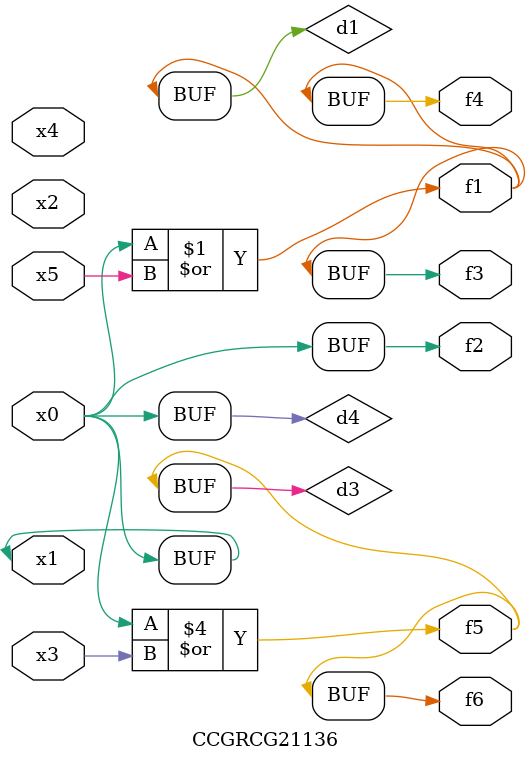
<source format=v>
module CCGRCG21136(
	input x0, x1, x2, x3, x4, x5,
	output f1, f2, f3, f4, f5, f6
);

	wire d1, d2, d3, d4;

	or (d1, x0, x5);
	xnor (d2, x1, x4);
	or (d3, x0, x3);
	buf (d4, x0, x1);
	assign f1 = d1;
	assign f2 = d4;
	assign f3 = d1;
	assign f4 = d1;
	assign f5 = d3;
	assign f6 = d3;
endmodule

</source>
